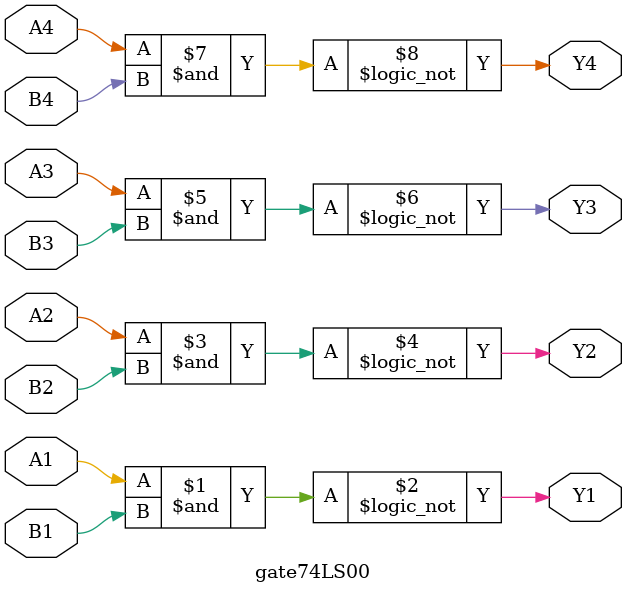
<source format=v>
module gate74LS00(  
    input A1, B1,  
    input A2, B2,  
    input A3, B3,  
    input A4, B4,  
    output Y1, Y2, Y3, Y4  
);  
  
// Ê¹ÓÃÁ¬Ðø¸³ÖµÓï¾ä¶¨ÒåÃ¿¸öÓë·ÇÃÅµÄÊä³ö  
assign Y1 = !(A1 & B1);  
assign Y2 = !(A2 & B2);  
assign Y3 = !(A3 & B3);  
assign Y4 = !(A4 & B4);  
  
endmodule
</source>
